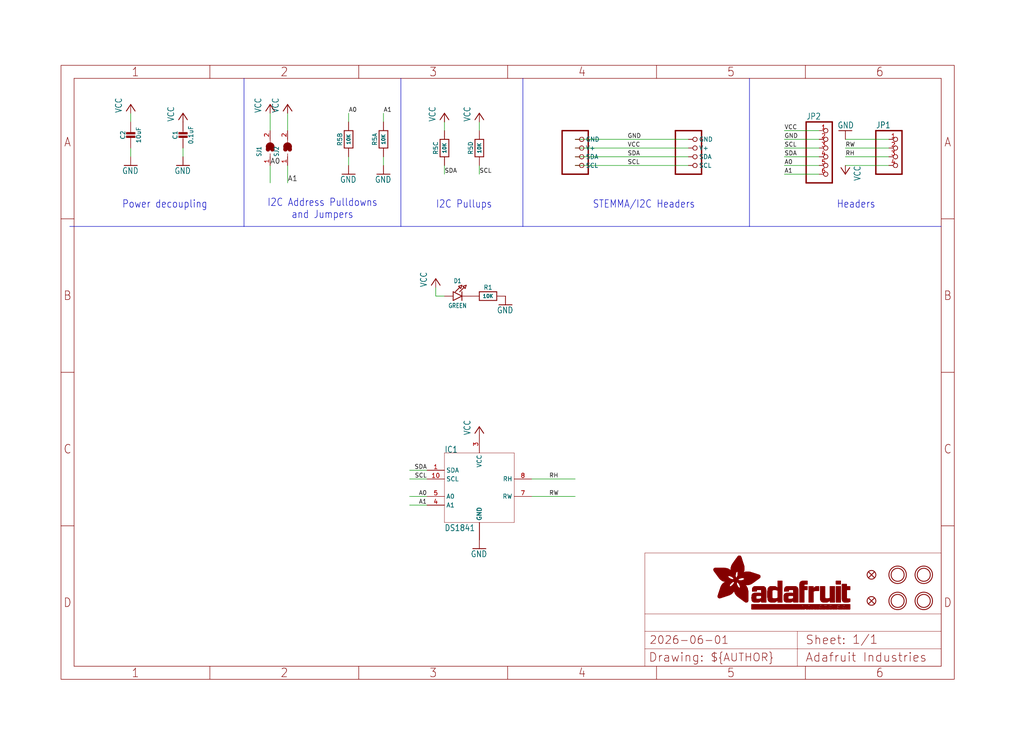
<source format=kicad_sch>
(kicad_sch (version 20230121) (generator eeschema)
  (paper "User" 298.45 217.322)
  (lib_symbols
    (symbol "working-eagle-import:CAP_CERAMIC0603_NO"
      (property "Reference" "C" (at -2.29 1.25 90))
      (symbol "CAP_CERAMIC0603_NO_1_0"
        (pin passive line (at 0 5.08 270) (length 2.54) (name "1") (number "1"))
        (pin passive line (at 0 -2.54 90) (length 2.54) (name "2") (number "2"))
      )
    )
    (symbol "working-eagle-import:CAP_CERAMIC0805-NOOUTLINE"
      (property "Reference" "C" (at -2.29 1.25 90))
      (symbol "CAP_CERAMIC0805-NOOUTLINE_1_0"
        (pin passive line (at 0 5.08 270) (length 2.54) (name "1") (number "1"))
        (pin passive line (at 0 -2.54 90) (length 2.54) (name "2") (number "2"))
      )
    )
    (symbol "working-eagle-import:DS1841"
      (property "Reference" "IC" (at -10.16 10.16 0))
      (symbol "DS1841_1_0"
        (pin bidirectional line (at -15.24 5.08 0) (length 5.08) (name "SDA") (number "1"))
        (pin input line (at -15.24 2.54 0) (length 5.08) (name "SCL") (number "10"))
        (pin power_in line (at 0 -15.24 90) (length 5.08) (name "GND") (number "2"))
        (pin power_in line (at 0 15.24 270) (length 5.08) (name "VCC") (number "3"))
        (pin input line (at -15.24 -5.08 0) (length 5.08) (name "A1") (number "4"))
        (pin input line (at -15.24 -2.54 0) (length 5.08) (name "A0") (number "5"))
        (pin power_in line (at 0 -15.24 90) (length 5.08) (name "GND") (number "6"))
        (pin passive line (at 15.24 -2.54 180) (length 5.08) (name "RW") (number "7"))
        (pin passive line (at 15.24 2.54 180) (length 5.08) (name "RH") (number "8"))
        (pin power_in line (at 0 -15.24 90) (length 5.08) (name "GND") (number "GND"))
      )
    )
    (symbol "working-eagle-import:FIDUCIAL_1MM")
    (symbol "working-eagle-import:FRAME_A4_ADAFRUIT"
      (symbol "FRAME_A4_ADAFRUIT_1_0"
        (text "${#}/${##}" (at 230.505 10.16 0) (effects (font (size 2.54 2.54)) (justify left bottom)))
        (text "${AUTHOR}" (at 189.23 5.08 0) (effects (font (size 2.286 2.286)) (justify left bottom)))
        (text "${CURRENT_DATE}" (at 171.45 10.16 0) (effects (font (size 2.286 2.286)) (justify left bottom)))
        (text "${PROJECTNAME}" (at 171.45 15.24 0) (effects (font (size 2.54 2.54)) (justify left bottom)))
        (text "1" (at 21.6958 1.905 0) (effects (font (size 2.54 2.286))))
        (text "1" (at 21.6958 177.165 0) (effects (font (size 2.54 2.286))))
        (text "2" (at 65.0875 1.905 0) (effects (font (size 2.54 2.286))))
        (text "2" (at 65.0875 177.165 0) (effects (font (size 2.54 2.286))))
        (text "3" (at 108.4792 1.905 0) (effects (font (size 2.54 2.286))))
        (text "3" (at 108.4792 177.165 0) (effects (font (size 2.54 2.286))))
        (text "4" (at 151.8708 1.905 0) (effects (font (size 2.54 2.286))))
        (text "4" (at 151.8708 177.165 0) (effects (font (size 2.54 2.286))))
        (text "5" (at 195.2625 1.905 0) (effects (font (size 2.54 2.286))))
        (text "5" (at 195.2625 177.165 0) (effects (font (size 2.54 2.286))))
        (text "6" (at 238.6542 1.905 0) (effects (font (size 2.54 2.286))))
        (text "6" (at 238.6542 177.165 0) (effects (font (size 2.54 2.286))))
        (text "A" (at 1.905 156.6863 0) (effects (font (size 2.54 2.286))))
        (text "A" (at 258.445 156.6863 0) (effects (font (size 2.54 2.286))))
        (text "Adafruit Industries" (at 216.916 4.953 0) (effects (font (size 2.54 2.54)) (justify left bottom)))
        (text "B" (at 1.905 111.9188 0) (effects (font (size 2.54 2.286))))
        (text "B" (at 258.445 111.9188 0) (effects (font (size 2.54 2.286))))
        (text "C" (at 1.905 67.1513 0) (effects (font (size 2.54 2.286))))
        (text "C" (at 258.445 67.1513 0) (effects (font (size 2.54 2.286))))
        (text "D" (at 1.905 22.3838 0) (effects (font (size 2.54 2.286))))
        (text "D" (at 258.445 22.3838 0) (effects (font (size 2.54 2.286))))
        (text "Drawing:" (at 171.196 4.953 0) (effects (font (size 2.54 2.54)) (justify left bottom)))
        (text "Sheet:" (at 216.916 10.033 0) (effects (font (size 2.54 2.54)) (justify left bottom)))
      )
    )
    (symbol "working-eagle-import:GND" (power)
      (property "Value" "GND" (at -2.54 -2.54 0))
      (symbol "GND_1_0"
        (pin power_in line (at 0 2.54 270) (length 2.54) (name "GND") (number "1"))
      )
    )
    (symbol "working-eagle-import:HEADER-1X4ROUND"
      (property "Reference" "JP" (at -6.35 8.255 0))
      (symbol "HEADER-1X4ROUND_1_0"
        (pin passive inverted (at -2.54 5.08 0) (length 2.54) (name "1") (number "1"))
        (pin passive inverted (at -2.54 2.54 0) (length 2.54) (name "2") (number "2"))
        (pin passive inverted (at -2.54 0 0) (length 2.54) (name "3") (number "3"))
        (pin passive inverted (at -2.54 -2.54 0) (length 2.54) (name "4") (number "4"))
      )
    )
    (symbol "working-eagle-import:HEADER-1X6ROUND"
      (property "Reference" "JP" (at -6.35 10.795 0))
      (symbol "HEADER-1X6ROUND_1_0"
        (pin passive inverted (at -2.54 7.62 0) (length 2.54) (name "1") (number "1"))
        (pin passive inverted (at -2.54 5.08 0) (length 2.54) (name "2") (number "2"))
        (pin passive inverted (at -2.54 2.54 0) (length 2.54) (name "3") (number "3"))
        (pin passive inverted (at -2.54 0 0) (length 2.54) (name "4") (number "4"))
        (pin passive inverted (at -2.54 -2.54 0) (length 2.54) (name "5") (number "5"))
        (pin passive inverted (at -2.54 -5.08 0) (length 2.54) (name "6") (number "6"))
      )
    )
    (symbol "working-eagle-import:LED0603_NOOUTLINE"
      (property "Reference" "D" (at -1.27 4.445 0))
      (symbol "LED0603_NOOUTLINE_1_0"
        (pin passive line (at -5.08 0 0) (length 2.54) (name "A") (number "A"))
        (pin passive line (at 2.54 0 180) (length 2.54) (name "C") (number "C"))
      )
    )
    (symbol "working-eagle-import:MOUNTINGHOLE2.5")
    (symbol "working-eagle-import:RESISTOR_0603_NOOUT"
      (property "Reference" "R" (at 0 2.54 0))
      (symbol "RESISTOR_0603_NOOUT_1_0"
        (pin passive line (at -5.08 0 0) (length 2.54) (name "1") (number "1"))
        (pin passive line (at 5.08 0 180) (length 2.54) (name "2") (number "2"))
      )
    )
    (symbol "working-eagle-import:RESISTOR_4PACK"
      (property "Reference" "R" (at 0 2.54 0))
      (symbol "RESISTOR_4PACK_1_0"
        (pin passive line (at -5.08 0 0) (length 2.54) (name "1") (number "1"))
        (pin passive line (at 5.08 0 180) (length 2.54) (name "2") (number "8"))
      )
      (symbol "RESISTOR_4PACK_2_0"
        (pin passive line (at -5.08 0 0) (length 2.54) (name "1") (number "2"))
        (pin passive line (at 5.08 0 180) (length 2.54) (name "2") (number "7"))
      )
      (symbol "RESISTOR_4PACK_3_0"
        (pin passive line (at -5.08 0 0) (length 2.54) (name "1") (number "3"))
        (pin passive line (at 5.08 0 180) (length 2.54) (name "2") (number "6"))
      )
      (symbol "RESISTOR_4PACK_4_0"
        (pin passive line (at -5.08 0 0) (length 2.54) (name "1") (number "4"))
        (pin passive line (at 5.08 0 180) (length 2.54) (name "2") (number "5"))
      )
    )
    (symbol "working-eagle-import:SOLDERJUMPER"
      (property "Reference" "SJ" (at -2.54 2.54 0))
      (symbol "SOLDERJUMPER_1_0"
        (pin passive line (at -5.08 0 0) (length 2.54) (name "1") (number "1"))
        (pin passive line (at 5.08 0 180) (length 2.54) (name "2") (number "2"))
      )
    )
    (symbol "working-eagle-import:STEMMA_I2C_QT"
      (symbol "STEMMA_I2C_QT_1_0"
        (pin passive inverted (at 0 5.08 0) (length 2.54) (name "GND") (number "1"))
        (pin passive inverted (at 0 2.54 0) (length 2.54) (name "V+") (number "2"))
        (pin passive inverted (at 0 0 0) (length 2.54) (name "SDA") (number "3"))
        (pin passive inverted (at 0 -2.54 0) (length 2.54) (name "SCL") (number "4"))
      )
      (symbol "STEMMA_I2C_QT_2_0"
        (pin bidirectional line (at 0 0 0) (length 5.08) (name "MT") (number "MT1"))
      )
      (symbol "STEMMA_I2C_QT_3_0"
        (pin bidirectional line (at 0 0 0) (length 5.08) (name "MT") (number "MT2"))
      )
    )
    (symbol "working-eagle-import:VCC" (power)
      (property "Value" "VCC" (at -2.54 -2.54 90))
      (symbol "VCC_1_0"
        (pin power_in line (at 0 -2.54 90) (length 2.54) (name "VCC") (number "1"))
      )
    )
  )
  (wire (pts (xy 101.6 35.56) (xy 101.6 33.02)) (stroke (width 0.1524)))
  (polyline (pts (xy 116.84 22.86) (xy 116.84 66.04)) (stroke (width 0.1524) (type solid)))
  (polyline (pts (xy 71.12 66.04) (xy 116.84 66.04)) (stroke (width 0.1524) (type solid)))
  (wire (pts (xy 78.74 48.26) (xy 78.74 53.34)) (stroke (width 0.1524)))
  (polyline (pts (xy 71.12 22.86) (xy 71.12 66.04)) (stroke (width 0.1524) (type solid)))
  (wire (pts (xy 129.54 50.8) (xy 129.54 48.26)) (stroke (width 0.1524)))
  (wire (pts (xy 38.1 43.18) (xy 38.1 45.72)) (stroke (width 0.1524)))
  (wire (pts (xy 200.66 45.72) (xy 167.64 45.72)) (stroke (width 0.1524)))
  (wire (pts (xy 78.74 38.1) (xy 78.74 33.02)) (stroke (width 0.1524)))
  (polyline (pts (xy 152.4 22.86) (xy 152.4 66.04)) (stroke (width 0.1524) (type solid)))
  (wire (pts (xy 238.76 38.1) (xy 228.6 38.1)) (stroke (width 0.1524)))
  (wire (pts (xy 119.38 139.7) (xy 124.46 139.7)) (stroke (width 0.1524)))
  (wire (pts (xy 129.54 38.1) (xy 129.54 35.56)) (stroke (width 0.1524)))
  (wire (pts (xy 200.66 40.64) (xy 167.64 40.64)) (stroke (width 0.1524)))
  (wire (pts (xy 139.7 38.1) (xy 139.7 35.56)) (stroke (width 0.1524)))
  (wire (pts (xy 119.38 147.32) (xy 124.46 147.32)) (stroke (width 0.1524)))
  (wire (pts (xy 246.38 40.64) (xy 259.08 40.64)) (stroke (width 0.1524)))
  (wire (pts (xy 111.76 35.56) (xy 111.76 33.02)) (stroke (width 0.1524)))
  (wire (pts (xy 154.94 139.7) (xy 167.64 139.7)) (stroke (width 0.1524)))
  (wire (pts (xy 129.54 86.36) (xy 127 86.36)) (stroke (width 0.1524)))
  (wire (pts (xy 259.08 43.18) (xy 246.38 43.18)) (stroke (width 0.1524)))
  (wire (pts (xy 119.38 137.16) (xy 124.46 137.16)) (stroke (width 0.1524)))
  (wire (pts (xy 246.38 48.26) (xy 259.08 48.26)) (stroke (width 0.1524)))
  (polyline (pts (xy 218.44 66.04) (xy 274.32 66.04)) (stroke (width 0.1524) (type solid)))
  (wire (pts (xy 238.76 45.72) (xy 228.6 45.72)) (stroke (width 0.1524)))
  (polyline (pts (xy 152.4 66.04) (xy 218.44 66.04)) (stroke (width 0.1524) (type solid)))
  (wire (pts (xy 83.82 48.26) (xy 83.82 53.34)) (stroke (width 0.1524)))
  (wire (pts (xy 38.1 35.56) (xy 38.1 33.02)) (stroke (width 0.1524)))
  (wire (pts (xy 238.76 40.64) (xy 228.6 40.64)) (stroke (width 0.1524)))
  (polyline (pts (xy 218.44 22.86) (xy 218.44 66.04)) (stroke (width 0.1524) (type solid)))
  (wire (pts (xy 83.82 38.1) (xy 83.82 33.02)) (stroke (width 0.1524)))
  (wire (pts (xy 238.76 50.8) (xy 228.6 50.8)) (stroke (width 0.1524)))
  (wire (pts (xy 259.08 45.72) (xy 246.38 45.72)) (stroke (width 0.1524)))
  (polyline (pts (xy 20.32 66.04) (xy 71.12 66.04)) (stroke (width 0.1524) (type solid)))
  (wire (pts (xy 238.76 48.26) (xy 228.6 48.26)) (stroke (width 0.1524)))
  (wire (pts (xy 127 86.36) (xy 127 83.82)) (stroke (width 0.1524)))
  (polyline (pts (xy 116.84 66.04) (xy 152.4 66.04)) (stroke (width 0.1524) (type solid)))
  (wire (pts (xy 53.34 43.18) (xy 53.34 45.72)) (stroke (width 0.1524)))
  (wire (pts (xy 167.64 48.26) (xy 200.66 48.26)) (stroke (width 0.1524)))
  (wire (pts (xy 111.76 48.26) (xy 111.76 45.72)) (stroke (width 0.1524)))
  (wire (pts (xy 119.38 144.78) (xy 124.46 144.78)) (stroke (width 0.1524)))
  (wire (pts (xy 139.7 50.8) (xy 139.7 48.26)) (stroke (width 0.1524)))
  (wire (pts (xy 167.64 144.78) (xy 154.94 144.78)) (stroke (width 0.1524)))
  (wire (pts (xy 167.64 43.18) (xy 200.66 43.18)) (stroke (width 0.1524)))
  (wire (pts (xy 101.6 48.26) (xy 101.6 45.72)) (stroke (width 0.1524)))
  (wire (pts (xy 238.76 43.18) (xy 228.6 43.18)) (stroke (width 0.1524)))
  (text "Power decoupling" (at 35.56 60.96 0) (effects (font (size 2.1844 1.8567)) (justify left bottom)))
  (text "I2C Address Pulldowns\nand Jumpers" (at 93.98 60.96 0) (effects (font (size 2.1844 1.8567))))
  (text "Headers" (at 243.84 60.96 0) (effects (font (size 2.1844 1.8567)) (justify left bottom)))
  (text "STEMMA/I2C Headers" (at 172.72 60.96 0) (effects (font (size 2.1844 1.8567)) (justify left bottom)))
  (text "I2C Pullups" (at 127 60.96 0) (effects (font (size 2.1844 1.8567)) (justify left bottom)))
  (label "A0" (at 78.74 48.26 0) (effects (font (size 1.5291 1.5291))))
  (label "A1" (at 124.46 147.32 180) (effects (font (size 1.2446 1.2446))))
  (label "RH" (at 160.02 139.7 0) (effects (font (size 1.2446 1.2446))))
  (label "GND" (at 182.88 40.64 0) (effects (font (size 1.2446 1.2446))))
  (label "A0" (at 228.6 48.26 0) (effects (font (size 1.2446 1.2446))))
  (label "SDA" (at 129.54 50.8 0) (effects (font (size 1.2446 1.2446))))
  (label "RW" (at 246.38 43.18 0) (effects (font (size 1.2446 1.2446))))
  (label "SDA" (at 124.46 137.16 180) (effects (font (size 1.2446 1.2446))))
  (label "A1" (at 83.82 53.34 0) (effects (font (size 1.5291 1.5291))))
  (label "SCL" (at 139.7 50.8 0) (effects (font (size 1.2446 1.2446))))
  (label "SDA" (at 228.6 45.72 0) (effects (font (size 1.2446 1.2446))))
  (label "SCL" (at 228.6 43.18 0) (effects (font (size 1.2446 1.2446))))
  (label "VCC" (at 228.6 38.1 0) (effects (font (size 1.2446 1.2446))))
  (label "GND" (at 228.6 40.64 0) (effects (font (size 1.2446 1.2446))))
  (label "SDA" (at 182.88 45.72 0) (effects (font (size 1.2446 1.2446))))
  (label "SCL" (at 124.46 139.7 180) (effects (font (size 1.2446 1.2446))))
  (label "A0" (at 124.46 144.78 180) (effects (font (size 1.2446 1.2446))))
  (label "A1" (at 228.6 50.8 0) (effects (font (size 1.2446 1.2446))))
  (label "SCL" (at 182.88 48.26 0) (effects (font (size 1.2446 1.2446))))
  (label "VCC" (at 182.88 43.18 0) (effects (font (size 1.2446 1.2446))))
  (label "A0" (at 101.6 33.02 0) (effects (font (size 1.2446 1.2446))))
  (label "RH" (at 246.38 45.72 0) (effects (font (size 1.2446 1.2446))))
  (label "RW" (at 160.02 144.78 0) (effects (font (size 1.2446 1.2446))))
  (label "A1" (at 111.76 33.02 0) (effects (font (size 1.2446 1.2446))))
  (symbol (lib_id "working-eagle-import:SOLDERJUMPER") (at 78.74 43.18 90) (unit 1)
    (property "Reference" "SJ1" (at 76.2 45.72 0) (effects (font (size 1.27 1.0795)) (justify left bottom)))
    (property "Value" "SOLDERJUMPER" (effects hide))
    (property "Footprint" "working:SOLDERJUMPER_ARROW_NOPASTE" (effects hide))
  )
  (symbol (lib_id "working-eagle-import:VCC") (at 129.54 33.02 0) (unit 1)
    (property "Reference" "#P+2" (effects hide))
    (property "Value" "VCC" (at 127 35.56 90) (effects (font (size 1.778 1.5113)) (justify left bottom)))
  )
  (symbol (lib_id "working-eagle-import:VCC") (at 127 81.28 0) (unit 1)
    (property "Reference" "#P+5" (effects hide))
    (property "Value" "VCC" (at 124.46 83.82 90) (effects (font (size 1.778 1.5113)) (justify left bottom)))
  )
  (symbol (lib_id "working-eagle-import:VCC") (at 139.7 33.02 0) (unit 1)
    (property "Reference" "#P+1" (effects hide))
    (property "Value" "VCC" (at 137.16 35.56 90) (effects (font (size 1.778 1.5113)) (justify left bottom)))
  )
  (symbol (lib_id "working-eagle-import:MOUNTINGHOLE2.5") (at 261.62 167.64 0) (unit 1)
    (property "Reference" "U$3" (effects hide))
    (property "Value" "MOUNTINGHOLE2.5" (effects hide))
    (property "Footprint" "working:MOUNTINGHOLE_2.5_PLATED" (effects hide))
  )
  (symbol (lib_id "working-eagle-import:GND") (at 53.34 48.26 0) (unit 1)
    (property "Reference" "#GND1" (effects hide))
    (property "Value" "GND" (at 50.8 50.8 0) (effects (font (size 1.778 1.5113)) (justify left bottom)))
  )
  (symbol (lib_id "working-eagle-import:MOUNTINGHOLE2.5") (at 269.24 175.26 0) (unit 1)
    (property "Reference" "U$7" (effects hide))
    (property "Value" "MOUNTINGHOLE2.5" (effects hide))
    (property "Footprint" "working:MOUNTINGHOLE_2.5_PLATED" (effects hide))
  )
  (symbol (lib_id "working-eagle-import:CAP_CERAMIC0603_NO") (at 53.34 40.64 0) (unit 1)
    (property "Reference" "C1" (at 51.05 39.39 90))
    (property "Value" "0.1uF" (at 55.64 39.39 90))
    (property "Footprint" "working:0603-NO" (effects hide))
  )
  (symbol (lib_id "working-eagle-import:RESISTOR_4PACK") (at 129.54 43.18 90) (unit 3)
    (property "Reference" "R5" (at 127 43.18 0))
    (property "Value" "10K" (at 129.54 43.18 0) (effects (font (size 1.016 1.016) bold)))
    (property "Footprint" "working:RESPACK_4X0603" (effects hide))
  )
  (symbol (lib_id "working-eagle-import:GND") (at 139.7 160.02 0) (unit 1)
    (property "Reference" "#GND7" (effects hide))
    (property "Value" "GND" (at 137.16 162.56 0) (effects (font (size 1.778 1.5113)) (justify left bottom)))
  )
  (symbol (lib_id "working-eagle-import:GND") (at 111.76 50.8 0) (unit 1)
    (property "Reference" "#GND5" (effects hide))
    (property "Value" "GND" (at 109.22 53.34 0) (effects (font (size 1.778 1.5113)) (justify left bottom)))
  )
  (symbol (lib_id "working-eagle-import:GND") (at 101.6 50.8 0) (unit 1)
    (property "Reference" "#GND4" (effects hide))
    (property "Value" "GND" (at 99.06 53.34 0) (effects (font (size 1.778 1.5113)) (justify left bottom)))
  )
  (symbol (lib_id "working-eagle-import:FIDUCIAL_1MM") (at 254 175.26 0) (unit 1)
    (property "Reference" "FID1" (effects hide))
    (property "Value" "FIDUCIAL_1MM" (effects hide))
    (property "Footprint" "working:FIDUCIAL_1MM" (effects hide))
  )
  (symbol (lib_id "working-eagle-import:STEMMA_I2C_QT") (at 167.64 45.72 0) (unit 1)
    (property "Reference" "CONN1" (effects hide))
    (property "Value" "STEMMA_I2C_QT" (effects hide))
    (property "Footprint" "working:JST_SH4" (effects hide))
  )
  (symbol (lib_id "working-eagle-import:SOLDERJUMPER") (at 83.82 43.18 90) (unit 1)
    (property "Reference" "SJ2" (at 81.28 45.72 0) (effects (font (size 1.27 1.0795)) (justify left bottom)))
    (property "Value" "SOLDERJUMPER" (effects hide))
    (property "Footprint" "working:SOLDERJUMPER_ARROW_NOPASTE" (effects hide))
  )
  (symbol (lib_id "working-eagle-import:RESISTOR_4PACK") (at 111.76 40.64 90) (unit 1)
    (property "Reference" "R5" (at 109.22 40.64 0))
    (property "Value" "10K" (at 111.76 40.64 0) (effects (font (size 1.016 1.016) bold)))
    (property "Footprint" "working:RESPACK_4X0603" (effects hide))
  )
  (symbol (lib_id "working-eagle-import:RESISTOR_0603_NOOUT") (at 142.24 86.36 0) (unit 1)
    (property "Reference" "R1" (at 142.24 83.82 0))
    (property "Value" "10K" (at 142.24 86.36 0) (effects (font (size 1.016 1.016) bold)))
    (property "Footprint" "working:0603-NO" (effects hide))
  )
  (symbol (lib_id "working-eagle-import:RESISTOR_4PACK") (at 139.7 43.18 90) (unit 4)
    (property "Reference" "R5" (at 137.16 43.18 0))
    (property "Value" "10K" (at 139.7 43.18 0) (effects (font (size 1.016 1.016) bold)))
    (property "Footprint" "working:RESPACK_4X0603" (effects hide))
  )
  (symbol (lib_id "working-eagle-import:HEADER-1X6ROUND") (at 241.3 45.72 0) (unit 1)
    (property "Reference" "JP2" (at 234.95 34.925 0) (effects (font (size 1.778 1.5113)) (justify left bottom)))
    (property "Value" "HEADER-1X6ROUND" (effects hide))
    (property "Footprint" "working:1X06_ROUND" (effects hide))
  )
  (symbol (lib_id "working-eagle-import:STEMMA_I2C_QT") (at 200.66 45.72 0) (unit 1)
    (property "Reference" "CONN2" (effects hide))
    (property "Value" "STEMMA_I2C_QT" (effects hide))
    (property "Footprint" "working:JST_SH4" (effects hide))
  )
  (symbol (lib_id "working-eagle-import:MOUNTINGHOLE2.5") (at 269.24 167.64 0) (unit 1)
    (property "Reference" "U$6" (effects hide))
    (property "Value" "MOUNTINGHOLE2.5" (effects hide))
    (property "Footprint" "working:MOUNTINGHOLE_2.5_PLATED" (effects hide))
  )
  (symbol (lib_id "working-eagle-import:DS1841") (at 139.7 142.24 0) (unit 1)
    (property "Reference" "IC1" (at 129.54 132.08 0) (effects (font (size 1.778 1.5113)) (justify left bottom)))
    (property "Value" "DS1841" (at 129.54 154.94 0) (effects (font (size 1.778 1.5113)) (justify left bottom)))
    (property "Footprint" "working:DFN10_3X3MM" (effects hide))
  )
  (symbol (lib_id "working-eagle-import:FIDUCIAL_1MM") (at 254 167.64 0) (unit 1)
    (property "Reference" "FID2" (effects hide))
    (property "Value" "FIDUCIAL_1MM" (effects hide))
    (property "Footprint" "working:FIDUCIAL_1MM" (effects hide))
  )
  (symbol (lib_id "working-eagle-import:LED0603_NOOUTLINE") (at 134.62 86.36 0) (unit 1)
    (property "Reference" "D1" (at 133.35 81.915 0) (effects (font (size 1.27 1.0795))))
    (property "Value" "GREEN" (at 133.35 89.154 0) (effects (font (size 1.27 1.0795))))
    (property "Footprint" "working:CHIPLED_0603_NOOUTLINE" (effects hide))
  )
  (symbol (lib_id "working-eagle-import:FRAME_A4_ADAFRUIT") (at 17.78 198.12 0) (unit 1)
    (property "Reference" "#U$4" (effects hide))
    (property "Value" "FRAME_A4_ADAFRUIT" (effects hide))
  )
  (symbol (lib_id "working-eagle-import:VCC") (at 38.1 30.48 0) (unit 1)
    (property "Reference" "#P+9" (effects hide))
    (property "Value" "VCC" (at 35.56 33.02 90) (effects (font (size 1.778 1.5113)) (justify left bottom)))
  )
  (symbol (lib_id "working-eagle-import:VCC") (at 78.74 30.48 0) (unit 1)
    (property "Reference" "#P+6" (effects hide))
    (property "Value" "VCC" (at 76.2 33.02 90) (effects (font (size 1.778 1.5113)) (justify left bottom)))
  )
  (symbol (lib_id "working-eagle-import:HEADER-1X4ROUND") (at 261.62 45.72 0) (unit 1)
    (property "Reference" "JP1" (at 255.27 37.465 0) (effects (font (size 1.778 1.5113)) (justify left bottom)))
    (property "Value" "HEADER-1X4ROUND" (effects hide))
    (property "Footprint" "working:1X04_ROUND" (effects hide))
  )
  (symbol (lib_id "working-eagle-import:RESISTOR_4PACK") (at 101.6 40.64 90) (unit 2)
    (property "Reference" "R5" (at 99.06 40.64 0))
    (property "Value" "10K" (at 101.6 40.64 0) (effects (font (size 1.016 1.016) bold)))
    (property "Footprint" "working:RESPACK_4X0603" (effects hide))
  )
  (symbol (lib_id "working-eagle-import:CAP_CERAMIC0805-NOOUTLINE") (at 38.1 40.64 0) (unit 1)
    (property "Reference" "C2" (at 35.81 39.39 90))
    (property "Value" "10uF" (at 40.4 39.39 90))
    (property "Footprint" "working:0805-NO" (effects hide))
  )
  (symbol (lib_id "working-eagle-import:VCC") (at 139.7 124.46 0) (unit 1)
    (property "Reference" "#P+4" (effects hide))
    (property "Value" "VCC" (at 137.16 127 90) (effects (font (size 1.778 1.5113)) (justify left bottom)))
  )
  (symbol (lib_id "working-eagle-import:VCC") (at 83.82 30.48 0) (unit 1)
    (property "Reference" "#P+7" (effects hide))
    (property "Value" "VCC" (at 81.28 33.02 90) (effects (font (size 1.778 1.5113)) (justify left bottom)))
  )
  (symbol (lib_id "working-eagle-import:VCC") (at 53.34 33.02 0) (unit 1)
    (property "Reference" "#P+3" (effects hide))
    (property "Value" "VCC" (at 50.8 35.56 90) (effects (font (size 1.778 1.5113)) (justify left bottom)))
  )
  (symbol (lib_id "working-eagle-import:GND") (at 147.32 88.9 0) (unit 1)
    (property "Reference" "#GND6" (effects hide))
    (property "Value" "GND" (at 144.78 91.44 0) (effects (font (size 1.778 1.5113)) (justify left bottom)))
  )
  (symbol (lib_id "working-eagle-import:MOUNTINGHOLE2.5") (at 261.62 175.26 0) (unit 1)
    (property "Reference" "U$2" (effects hide))
    (property "Value" "MOUNTINGHOLE2.5" (effects hide))
    (property "Footprint" "working:MOUNTINGHOLE_2.5_PLATED" (effects hide))
  )
  (symbol (lib_id "working-eagle-import:GND") (at 38.1 48.26 0) (unit 1)
    (property "Reference" "#GND2" (effects hide))
    (property "Value" "GND" (at 35.56 50.8 0) (effects (font (size 1.778 1.5113)) (justify left bottom)))
  )
  (symbol (lib_id "working-eagle-import:VCC") (at 246.38 50.8 180) (unit 1)
    (property "Reference" "#P+8" (effects hide))
    (property "Value" "VCC" (at 248.92 48.26 90) (effects (font (size 1.778 1.5113)) (justify left bottom)))
  )
  (symbol (lib_id "working-eagle-import:GND") (at 246.38 38.1 180) (unit 1)
    (property "Reference" "#GND3" (effects hide))
    (property "Value" "GND" (at 248.92 35.56 0) (effects (font (size 1.778 1.5113)) (justify left bottom)))
  )
)
</source>
